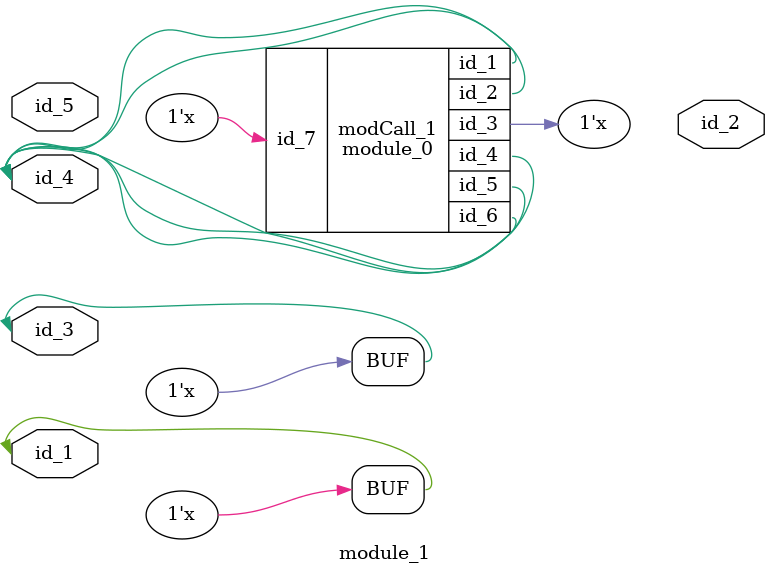
<source format=v>
module module_0 (
    id_1,
    id_2,
    id_3,
    id_4,
    id_5,
    id_6,
    id_7
);
  input wire id_7;
  inout wire id_6;
  output wire id_5;
  output wire id_4;
  inout wire id_3;
  inout wire id_2;
  output wire id_1;
endmodule
module module_1 (
    id_1,
    id_2,
    id_3,
    id_4,
    id_5
);
  inout wire id_5;
  inout wire id_4;
  inout wire id_3;
  output wire id_2;
  inout wire id_1;
  assign id_3 = id_1;
  initial if (id_1 && 1) id_1 = id_5[1];
  module_0 modCall_1 (
      id_4,
      id_4,
      id_3,
      id_4,
      id_4,
      id_4,
      id_1
  );
endmodule

</source>
